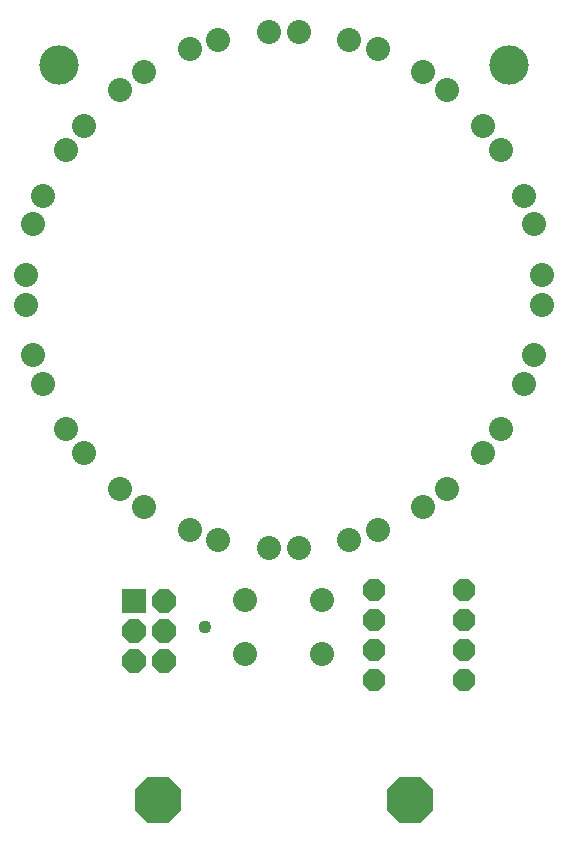
<source format=gts>
G75*
%MOIN*%
%OFA0B0*%
%FSLAX25Y25*%
%IPPOS*%
%LPD*%
%AMOC8*
5,1,8,0,0,1.08239X$1,22.5*
%
%ADD10C,0.13100*%
%ADD11C,0.08000*%
%ADD12R,0.08000X0.08000*%
%ADD13OC8,0.08000*%
%ADD14OC8,0.07400*%
%ADD15OC8,0.15600*%
%ADD16C,0.04362*%
D10*
X0026000Y0284250D03*
X0176000Y0284250D03*
D11*
X0167637Y0263845D03*
X0173514Y0255754D03*
X0181246Y0240581D03*
X0184336Y0231070D03*
X0187000Y0214250D03*
X0187000Y0204250D03*
X0184336Y0187430D03*
X0181246Y0177919D03*
X0173514Y0162746D03*
X0167637Y0154655D03*
X0155595Y0142613D03*
X0147504Y0136736D03*
X0132331Y0129004D03*
X0122820Y0125914D03*
X0113800Y0105650D03*
X0106000Y0123250D03*
X0096000Y0123250D03*
X0088200Y0105650D03*
X0088200Y0087850D03*
X0079180Y0125914D03*
X0069669Y0129004D03*
X0054496Y0136736D03*
X0046405Y0142613D03*
X0034363Y0154655D03*
X0028486Y0162746D03*
X0020754Y0177919D03*
X0017664Y0187430D03*
X0015000Y0204250D03*
X0015000Y0214250D03*
X0017664Y0231070D03*
X0020754Y0240581D03*
X0028486Y0255754D03*
X0034363Y0263845D03*
X0046405Y0275887D03*
X0054496Y0281764D03*
X0069669Y0289496D03*
X0079180Y0292586D03*
X0096000Y0295250D03*
X0106000Y0295250D03*
X0122820Y0292586D03*
X0132331Y0289496D03*
X0147504Y0281764D03*
X0155595Y0275887D03*
X0113800Y0087850D03*
D12*
X0051000Y0105500D03*
D13*
X0051000Y0085500D03*
X0051000Y0095500D03*
X0061000Y0095500D03*
X0061000Y0085500D03*
X0061000Y0105500D03*
D14*
X0131000Y0109250D03*
X0131000Y0099250D03*
X0131000Y0089250D03*
X0131000Y0079250D03*
X0161000Y0079250D03*
X0161000Y0089250D03*
X0161000Y0099250D03*
X0161000Y0109250D03*
D15*
X0143000Y0039250D03*
X0059000Y0039250D03*
D16*
X0074750Y0096750D03*
M02*

</source>
